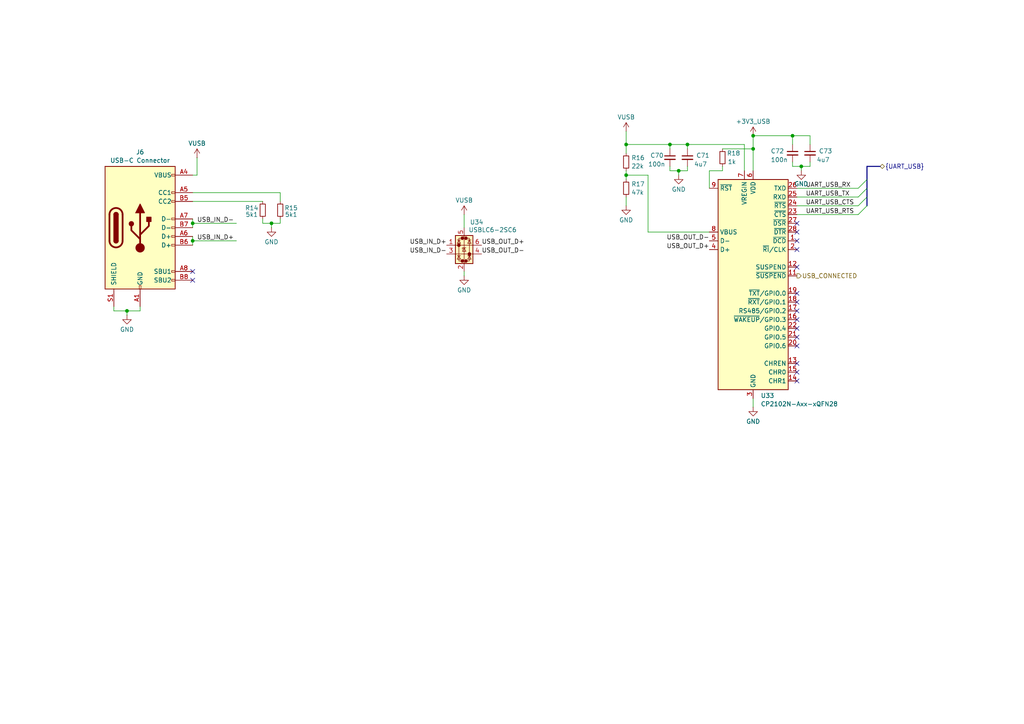
<source format=kicad_sch>
(kicad_sch (version 20250114) (generator "eeschema") (generator_version "9.0")
  (paper "A4")
  (title_block (title "Zoutwachter Measurement-Switch") (date "2025-06-01") (rev "0.3") (company "Avalution Engineering / Pollex"))
  (lib_symbols
    (symbol "Connector:USB_C_Receptacle_USB2.0_16P" (pin_names (offset 1.016))
      (property "Reference" "J" (at 0 22.225 0))
      (property "Value" "USB_C_Receptacle_USB2.0_16P" (at 0 19.685 0))
      (symbol "USB_C_Receptacle_USB2.0_16P_0_0"
        (rectangle (start -0.254 -17.78) (end 0.254 -16.764))
        (rectangle (start 10.16 15.494) (end 9.144 14.986))
        (rectangle (start 10.16 10.414) (end 9.144 9.906))
        (rectangle (start 10.16 7.874) (end 9.144 7.366))
        (rectangle (start 10.16 2.794) (end 9.144 2.286))
        (rectangle (start 10.16 0.254) (end 9.144 -0.254))
        (rectangle (start 10.16 -2.286) (end 9.144 -2.794))
        (rectangle (start 10.16 -4.826) (end 9.144 -5.334))
        (rectangle (start 10.16 -12.446) (end 9.144 -12.954))
        (rectangle (start 10.16 -14.986) (end 9.144 -15.494))
      )
      (symbol "USB_C_Receptacle_USB2.0_16P_0_1"
        (rectangle (start -10.16 17.78) (end 10.16 -17.78) (stroke (width 0.254)) (fill (type background)))
        (polyline (pts (xy -8.89 -3.81) (xy -8.89 3.81)) (stroke (width 0.508)))
        (rectangle (start -7.62 -3.81) (end -6.35 3.81) (stroke (width 0.254)) (fill (type outline)))
        (arc (start -7.62 3.81) (mid -6.985 4.4423) (end -6.35 3.81) (stroke (width 0.254)))
        (arc (start -7.62 3.81) (mid -6.985 4.4423) (end -6.35 3.81) (stroke (width 0.254)) (fill (type outline)))
        (arc (start -8.89 3.81) (mid -6.985 5.7067) (end -5.08 3.81) (stroke (width 0.508)))
        (arc (start -5.08 -3.81) (mid -6.985 -5.7067) (end -8.89 -3.81) (stroke (width 0.508)))
        (arc (start -6.35 -3.81) (mid -6.985 -4.4423) (end -7.62 -3.81) (stroke (width 0.254)))
        (arc (start -6.35 -3.81) (mid -6.985 -4.4423) (end -7.62 -3.81) (stroke (width 0.254)) (fill (type outline)))
        (polyline (pts (xy -5.08 3.81) (xy -5.08 -3.81)) (stroke (width 0.508)))
        (circle (center -2.54 1.143) (radius 0.635) (stroke (width 0.254)) (fill (type outline)))
        (polyline (pts (xy -1.27 4.318) (xy 0 6.858) (xy 1.27 4.318) (xy -1.27 4.318)) (stroke (width 0.254)) (fill (type outline)))
        (polyline (pts (xy 0 -2.032) (xy 2.54 0.508) (xy 2.54 1.778)) (stroke (width 0.508)))
        (polyline (pts (xy 0 -3.302) (xy -2.54 -0.762) (xy -2.54 0.508)) (stroke (width 0.508)))
        (polyline (pts (xy 0 -5.842) (xy 0 4.318)) (stroke (width 0.508)))
        (circle (center 0 -5.842) (radius 1.27) (fill (type outline)))
        (rectangle (start 1.905 1.778) (end 3.175 3.048) (stroke (width 0.254)) (fill (type outline)))
      )
      (symbol "USB_C_Receptacle_USB2.0_16P_1_1"
        (pin passive line (at -7.62 -22.86 90) (length 5.08) (name "SHIELD") (number "S1"))
        (pin passive line (at 0 -22.86 90) (length 5.08) (name "GND") (number "A1"))
        (pin passive line (at 0 -22.86 90) (length 5.08) (hide yes) (name "GND") (number "A12"))
        (pin passive line (at 0 -22.86 90) (length 5.08) (hide yes) (name "GND") (number "B1"))
        (pin passive line (at 0 -22.86 90) (length 5.08) (hide yes) (name "GND") (number "B12"))
        (pin passive line (at 15.24 15.24 180) (length 5.08) (name "VBUS") (number "A4"))
        (pin passive line (at 15.24 15.24 180) (length 5.08) (hide yes) (name "VBUS") (number "A9"))
        (pin passive line (at 15.24 15.24 180) (length 5.08) (hide yes) (name "VBUS") (number "B4"))
        (pin passive line (at 15.24 15.24 180) (length 5.08) (hide yes) (name "VBUS") (number "B9"))
        (pin bidirectional line (at 15.24 10.16 180) (length 5.08) (name "CC1") (number "A5"))
        (pin bidirectional line (at 15.24 7.62 180) (length 5.08) (name "CC2") (number "B5"))
        (pin bidirectional line (at 15.24 2.54 180) (length 5.08) (name "D-") (number "A7"))
        (pin bidirectional line (at 15.24 0 180) (length 5.08) (name "D-") (number "B7"))
        (pin bidirectional line (at 15.24 -2.54 180) (length 5.08) (name "D+") (number "A6"))
        (pin bidirectional line (at 15.24 -5.08 180) (length 5.08) (name "D+") (number "B6"))
        (pin bidirectional line (at 15.24 -12.7 180) (length 5.08) (name "SBU1") (number "A8"))
        (pin bidirectional line (at 15.24 -15.24 180) (length 5.08) (name "SBU2") (number "B8"))
      )
    )
    (symbol "Device:C_Small" (pin_numbers (hide yes)) (pin_names (offset 0.254) (hide yes))
      (property "Reference" "C" (at 0.254 1.778 0))
      (property "Value" "C_Small" (at 0.254 -2.032 0))
      (symbol "C_Small_0_1"
        (polyline (pts (xy -1.524 0.508) (xy 1.524 0.508)) (stroke (width 0.3048)))
        (polyline (pts (xy -1.524 -0.508) (xy 1.524 -0.508)) (stroke (width 0.3302)))
      )
      (symbol "C_Small_1_1"
        (pin passive line (at 0 2.54 270) (length 2.032) (name "~") (number "1"))
        (pin passive line (at 0 -2.54 90) (length 2.032) (name "~") (number "2"))
      )
    )
    (symbol "Device:R_Small" (pin_numbers (hide yes)) (pin_names (offset 0.254) (hide yes))
      (property "Reference" "R" (at 0 0 90))
      (property "Value" "R_Small" (at 1.778 0 90))
      (symbol "R_Small_0_1"
        (rectangle (start -0.762 1.778) (end 0.762 -1.778) (stroke (width 0.2032)))
      )
      (symbol "R_Small_1_1"
        (pin passive line (at 0 2.54 270) (length 0.762) (name "~") (number "1"))
        (pin passive line (at 0 -2.54 90) (length 0.762) (name "~") (number "2"))
      )
    )
    (symbol "Interface_USB:CP2102N-Axx-xQFN28"
      (property "Reference" "U33" (at 2.1941 -32.2001 0))
      (property "Value" "CP2102N-Axx-xQFN28" (at 2.1941 -34.6243 0))
      (symbol "CP2102N-Axx-xQFN28_0_1"
        (rectangle (start -10.16 30.48) (end 10.16 -30.48) (stroke (width 0.254)) (fill (type background)))
      )
      (symbol "CP2102N-Axx-xQFN28_1_1"
        (pin input line (at -12.7 27.94 0) (length 2.54) (name "~{RST}") (number "9"))
        (pin input line (at -12.7 15.24 0) (length 2.54) (name "VBUS") (number "8"))
        (pin bidirectional line (at -12.7 12.7 0) (length 2.54) (name "D-") (number "5"))
        (pin bidirectional line (at -12.7 10.16 0) (length 2.54) (name "D+") (number "4"))
        (pin no_connect line (at -10.16 -27.94 0) (length 2.54) (hide yes) (name "NC") (number "10"))
        (pin power_in line (at -2.54 33.02 270) (length 2.54) (name "VREGIN") (number "7"))
        (pin power_out line (at 0 33.02 270) (length 2.54) (name "VDD") (number "6"))
        (pin passive line (at 0 -33.02 90) (length 2.54) (hide yes) (name "GND") (number "29"))
        (pin power_in line (at 0 -33.02 90) (length 2.54) (name "GND") (number "3"))
        (pin output line (at 12.7 27.94 180) (length 2.54) (name "TXD") (number "26"))
        (pin input line (at 12.7 25.4 180) (length 2.54) (name "RXD") (number "25"))
        (pin output line (at 12.7 22.86 180) (length 2.54) (name "~{RTS}") (number "24"))
        (pin input line (at 12.7 20.32 180) (length 2.54) (name "~{CTS}") (number "23"))
        (pin input line (at 12.7 17.78 180) (length 2.54) (name "~{DSR}") (number "27"))
        (pin output line (at 12.7 15.24 180) (length 2.54) (name "~{DTR}") (number "28"))
        (pin input line (at 12.7 12.7 180) (length 2.54) (name "~{DCD}") (number "1"))
        (pin bidirectional line (at 12.7 10.16 180) (length 2.54) (name "~{RI}/CLK") (number "2"))
        (pin output line (at 12.7 5.08 180) (length 2.54) (name "SUSPEND") (number "12"))
        (pin output line (at 12.7 2.54 180) (length 2.54) (name "~{SUSPEND}") (number "11"))
        (pin bidirectional line (at 12.7 -2.54 180) (length 2.54) (name "~{TXT}/GPIO.0") (number "19"))
        (pin bidirectional line (at 12.7 -5.08 180) (length 2.54) (name "~{RXT}/GPIO.1") (number "18"))
        (pin bidirectional line (at 12.7 -7.62 180) (length 2.54) (name "RS485/GPIO.2") (number "17"))
        (pin bidirectional line (at 12.7 -10.16 180) (length 2.54) (name "~{WAKEUP}/GPIO.3") (number "16"))
        (pin bidirectional line (at 12.7 -12.7 180) (length 2.54) (name "GPIO.4") (number "22"))
        (pin bidirectional line (at 12.7 -15.24 180) (length 2.54) (name "GPIO.5") (number "21"))
        (pin bidirectional line (at 12.7 -17.78 180) (length 2.54) (name "GPIO.6") (number "20"))
        (pin output line (at 12.7 -22.86 180) (length 2.54) (name "CHREN") (number "13"))
        (pin output line (at 12.7 -25.4 180) (length 2.54) (name "CHR0") (number "15"))
        (pin output line (at 12.7 -27.94 180) (length 2.54) (name "CHR1") (number "14"))
      )
    )
    (symbol "Power_Protection:USBLC6-2SC6" (pin_names (hide yes))
      (property "Reference" "U" (at 0.635 5.715 0))
      (property "Value" "USBLC6-2SC6" (at 0.635 3.81 0))
      (symbol "USBLC6-2SC6_0_0"
        (circle (center -1.524 0) (radius 0.0001) (stroke (width 0.508)))
        (circle (center -0.508 2.032) (radius 0.0001) (stroke (width 0.508)))
        (circle (center -0.508 -4.572) (radius 0.0001) (stroke (width 0.508)))
        (circle (center 0.508 2.032) (radius 0.0001) (stroke (width 0.508)))
        (circle (center 0.508 -4.572) (radius 0.0001) (stroke (width 0.508)))
        (circle (center 1.524 -2.54) (radius 0.0001) (stroke (width 0.508)))
      )
      (symbol "USBLC6-2SC6_0_1"
        (polyline (pts (xy -2.54 0) (xy 2.54 0)))
        (polyline (pts (xy -2.54 -2.54) (xy 2.54 -2.54)))
        (polyline (pts (xy -2.032 0.508) (xy -1.016 0.508) (xy -1.524 1.524) (xy -2.032 0.508)))
        (polyline (pts (xy -2.032 -3.048) (xy -1.016 -3.048)))
        (polyline (pts (xy -1.016 1.524) (xy -2.032 1.524)))
        (polyline (pts (xy -1.016 -4.064) (xy -2.032 -4.064) (xy -1.524 -3.048) (xy -1.016 -4.064)))
        (polyline (pts (xy -0.508 -1.143) (xy -0.508 -0.762) (xy 0.508 -0.762)))
        (polyline (pts (xy 0 2.54) (xy -0.508 2.032) (xy 0.508 2.032) (xy 0 1.524) (xy 0 -4.064) (xy -0.508 -4.572) (xy 0.508 -4.572) (xy 0 -5.08)))
        (polyline (pts (xy 0.508 -1.778) (xy -0.508 -1.778) (xy 0 -0.762) (xy 0.508 -1.778)))
        (polyline (pts (xy 1.016 1.524) (xy 2.032 1.524)))
        (polyline (pts (xy 1.016 -3.048) (xy 2.032 -3.048)))
        (polyline (pts (xy 2.032 0.508) (xy 1.016 0.508) (xy 1.524 1.524) (xy 2.032 0.508)))
        (polyline (pts (xy 2.032 -4.064) (xy 1.016 -4.064) (xy 1.524 -3.048) (xy 2.032 -4.064)))
      )
      (symbol "USBLC6-2SC6_1_1"
        (rectangle (start -2.54 2.794) (end 2.54 -5.334) (stroke (width 0.254)) (fill (type background)))
        (polyline (pts (xy -0.508 2.032) (xy -1.524 2.032) (xy -1.524 -4.572) (xy -0.508 -4.572)))
        (polyline (pts (xy 0.508 -4.572) (xy 1.524 -4.572) (xy 1.524 2.032) (xy 0.508 2.032)))
        (pin passive line (at -5.08 0 0) (length 2.54) (name "I/O1") (number "1"))
        (pin passive line (at -5.08 -2.54 0) (length 2.54) (name "I/O2") (number "3"))
        (pin passive line (at 0 5.08 270) (length 2.54) (name "VBUS") (number "5"))
        (pin passive line (at 0 -7.62 90) (length 2.54) (name "GND") (number "2"))
        (pin passive line (at 5.08 0 180) (length 2.54) (name "I/O1") (number "6"))
        (pin passive line (at 5.08 -2.54 180) (length 2.54) (name "I/O2") (number "4"))
      )
    )
    (symbol "power:+3V3_USB" (power) (pin_numbers (hide yes)) (pin_names (offset 0) (hide yes))
      (property "Value" "+3V3_USB" (at 0 4.1331 0))
      (symbol "+3V3_USB_0_1"
        (polyline (pts (xy -0.762 1.27) (xy 0 2.54)))
        (polyline (pts (xy 0 2.54) (xy 0.762 1.27)))
        (polyline (pts (xy 0 0) (xy 0 2.54)))
      )
      (symbol "+3V3_USB_1_1"
        (pin power_in line (at 0 0 90) (length 0) (hide yes) (name "+3V3_USB") (number "1"))
      )
    )
    (symbol "power:GND" (power) (pin_numbers (hide yes)) (pin_names (offset 0) (hide yes))
      (property "Value" "GND" (at 0 -3.81 0))
      (symbol "GND_0_1"
        (polyline (pts (xy 0 0) (xy 0 -1.27) (xy 1.27 -1.27) (xy 0 -2.54) (xy -1.27 -1.27) (xy 0 -1.27)))
      )
      (symbol "GND_1_1"
        (pin power_in line (at 0 0 270) (length 0) (name "~") (number "1"))
      )
    )
    (symbol "power:VUSB" (power) (pin_numbers (hide yes)) (pin_names (offset 0) (hide yes))
      (property "Value" "VUSB" (at 0 4.1331 0))
      (symbol "VUSB_0_1"
        (polyline (pts (xy -0.762 1.27) (xy 0 2.54)))
        (polyline (pts (xy 0 2.54) (xy 0.762 1.27)))
        (polyline (pts (xy 0 0) (xy 0 2.54)))
      )
      (symbol "VUSB_1_1"
        (pin power_in line (at 0 0 90) (length 0) (name "VUSB") (number "1"))
      )
    )
  )
  (junction (at 199.39 41.91))
  (junction (at 229.87 39.37))
  (junction (at 181.61 50.8))
  (junction (at 218.44 43.18))
  (junction (at 196.85 49.53))
  (junction (at 55.88 64.77))
  (junction (at 218.44 39.37))
  (junction (at 181.61 41.91))
  (junction (at 194.31 41.91))
  (junction (at 55.88 69.85))
  (junction (at 78.74 64.77))
  (junction (at 36.83 90.17))
  (junction (at 232.41 48.26))
  (no_connect (at 231.14 97.79))
  (no_connect (at 231.14 87.63))
  (no_connect (at 231.14 64.77))
  (no_connect (at 231.14 77.47))
  (no_connect (at 231.14 72.39))
  (no_connect (at 231.14 92.71))
  (no_connect (at 231.14 100.33))
  (no_connect (at 231.14 95.25))
  (no_connect (at 231.14 105.41))
  (no_connect (at 231.14 90.17))
  (no_connect (at 231.14 69.85))
  (no_connect (at 55.88 81.28))
  (no_connect (at 231.14 85.09))
  (no_connect (at 55.88 78.74))
  (no_connect (at 231.14 107.95))
  (no_connect (at 231.14 67.31))
  (no_connect (at 231.14 110.49))
  (bus_entry (at 251.46 52.07) (size -2.54 2.54))
  (bus_entry (at 251.46 57.15) (size -2.54 2.54))
  (bus_entry (at 251.46 59.69) (size -2.54 2.54))
  (bus_entry (at 251.46 54.61) (size -2.54 2.54))
  (wire (pts (xy 199.39 41.91) (xy 215.9 41.91)))
  (wire (pts (xy 229.87 39.37) (xy 234.95 39.37)))
  (wire (pts (xy 232.41 48.26) (xy 232.41 49.53)))
  (wire (pts (xy 81.28 64.77) (xy 81.28 63.5)))
  (wire (pts (xy 33.02 90.17) (xy 36.83 90.17)))
  (wire (pts (xy 78.74 66.04) (xy 78.74 64.77)))
  (wire (pts (xy 33.02 90.17) (xy 33.02 88.9)))
  (wire (pts (xy 194.31 41.91) (xy 194.31 43.18)))
  (wire (pts (xy 57.15 50.8) (xy 55.88 50.8)))
  (wire (pts (xy 218.44 115.57) (xy 218.44 118.11)))
  (wire (pts (xy 215.9 41.91) (xy 215.9 49.53)))
  (wire (pts (xy 81.28 55.88) (xy 81.28 58.42)))
  (wire (pts (xy 55.88 55.88) (xy 81.28 55.88)))
  (wire (pts (xy 55.88 58.42) (xy 76.2 58.42)))
  (wire (pts (xy 55.88 69.85) (xy 68.58 69.85)))
  (wire (pts (xy 231.14 54.61) (xy 248.92 54.61)))
  (wire (pts (xy 205.74 49.53) (xy 205.74 54.61)))
  (bus (pts (xy 251.46 57.15) (xy 251.46 59.69)))
  (wire (pts (xy 218.44 39.37) (xy 229.87 39.37)))
  (wire (pts (xy 196.85 49.53) (xy 199.39 49.53)))
  (wire (pts (xy 181.61 57.15) (xy 181.61 59.69)))
  (wire (pts (xy 194.31 49.53) (xy 194.31 48.26)))
  (wire (pts (xy 229.87 48.26) (xy 232.41 48.26)))
  (wire (pts (xy 78.74 64.77) (xy 81.28 64.77)))
  (wire (pts (xy 181.61 49.53) (xy 181.61 50.8)))
  (wire (pts (xy 248.92 57.15) (xy 231.14 57.15)))
  (wire (pts (xy 181.61 38.1) (xy 181.61 41.91)))
  (wire (pts (xy 234.95 39.37) (xy 234.95 41.91)))
  (wire (pts (xy 36.83 90.17) (xy 36.83 91.44)))
  (wire (pts (xy 187.96 67.31) (xy 205.74 67.31)))
  (wire (pts (xy 55.88 68.58) (xy 55.88 69.85)))
  (wire (pts (xy 181.61 41.91) (xy 181.61 44.45)))
  (wire (pts (xy 57.15 45.72) (xy 57.15 50.8)))
  (bus (pts (xy 251.46 54.61) (xy 251.46 57.15)))
  (wire (pts (xy 181.61 50.8) (xy 181.61 52.07)))
  (wire (pts (xy 181.61 50.8) (xy 187.96 50.8)))
  (bus (pts (xy 251.46 48.26) (xy 251.46 52.07)))
  (wire (pts (xy 55.88 64.77) (xy 68.58 64.77)))
  (wire (pts (xy 248.92 62.23) (xy 231.14 62.23)))
  (wire (pts (xy 199.39 43.18) (xy 199.39 41.91)))
  (wire (pts (xy 218.44 39.37) (xy 218.44 43.18)))
  (wire (pts (xy 76.2 64.77) (xy 78.74 64.77)))
  (wire (pts (xy 209.55 49.53) (xy 205.74 49.53)))
  (wire (pts (xy 218.44 43.18) (xy 218.44 49.53)))
  (wire (pts (xy 194.31 49.53) (xy 196.85 49.53)))
  (wire (pts (xy 229.87 46.99) (xy 229.87 48.26)))
  (wire (pts (xy 231.14 59.69) (xy 248.92 59.69)))
  (wire (pts (xy 134.62 78.74) (xy 134.62 80.01)))
  (wire (pts (xy 229.87 39.37) (xy 229.87 41.91)))
  (wire (pts (xy 181.61 41.91) (xy 194.31 41.91)))
  (wire (pts (xy 76.2 63.5) (xy 76.2 64.77)))
  (wire (pts (xy 209.55 48.26) (xy 209.55 49.53)))
  (wire (pts (xy 36.83 90.17) (xy 40.64 90.17)))
  (wire (pts (xy 187.96 50.8) (xy 187.96 67.31)))
  (wire (pts (xy 55.88 69.85) (xy 55.88 71.12)))
  (bus (pts (xy 255.27 48.26) (xy 251.46 48.26)))
  (wire (pts (xy 199.39 49.53) (xy 199.39 48.26)))
  (bus (pts (xy 251.46 52.07) (xy 251.46 54.61)))
  (wire (pts (xy 196.85 49.53) (xy 196.85 50.8)))
  (wire (pts (xy 40.64 90.17) (xy 40.64 88.9)))
  (wire (pts (xy 234.95 48.26) (xy 234.95 46.99)))
  (wire (pts (xy 134.62 62.23) (xy 134.62 66.04)))
  (wire (pts (xy 209.55 43.18) (xy 218.44 43.18)))
  (wire (pts (xy 55.88 64.77) (xy 55.88 66.04)))
  (wire (pts (xy 55.88 64.77) (xy 55.88 63.5)))
  (wire (pts (xy 232.41 48.26) (xy 234.95 48.26)))
  (wire (pts (xy 194.31 41.91) (xy 199.39 41.91)))
  (label "USB_OUT_D-" (at 205.74 69.85 180))
  (label "UART_USB_TX" (at 233.68 57.15 0))
  (label "UART_USB_RTS" (at 233.68 62.23 0))
  (label "USB_OUT_D+" (at 205.74 72.39 180))
  (label "USB_IN_D+" (at 57.15 69.85 0))
  (label "UART_USB_CTS" (at 233.68 59.69 0))
  (label "USB_IN_D-" (at 129.54 73.66 180))
  (label "USB_OUT_D+" (at 139.7 71.12 0))
  (label "USB_IN_D+" (at 129.54 71.12 180))
  (label "UART_USB_RX" (at 233.68 54.61 0))
  (label "USB_OUT_D-" (at 139.7 73.66 0))
  (label "USB_IN_D-" (at 57.15 64.77 0))
  (hierarchical_label "{UART_USB}" (shape bidirectional) (at 255.27 48.26 0))
  (hierarchical_label "USB_CONNECTED" (shape output) (at 231.14 80.01 0))
  (symbol (lib_id "power:GND") (at 196.85 50.8 0) (unit 1)
    (property "Reference" "#PWR042" (effects (hide yes)))
    (property "Value" "GND" (at 196.85 54.9331 0))
  )
  (symbol (lib_id "Device:C_Small") (at 194.31 45.72 0) (unit 1)
    (property "Reference" "C70" (at 188.595 45.085 0) (effects (justify left)))
    (property "Value" "100n" (at 187.96 47.625 0) (effects (justify left)))
    (property "Footprint" "Capacitor_SMD:C_0603_1608Metric" (effects (hide yes)))
    (property "LCSC MFR" "YAGEO" (effects (hide yes)))
    (property "LCSC MFR #" "CC0603KRX7R9BB104" (effects (hide yes)))
    (property "LCSC Part #" "C14663" (effects (hide yes)))
  )
  (symbol (lib_id "power:GND") (at 78.74 66.04 0) (unit 1)
    (property "Reference" "#PWR046" (effects (hide yes)))
    (property "Value" "GND" (at 78.74 70.1731 0))
  )
  (symbol (lib_id "Device:C_Small") (at 199.39 45.72 0) (unit 1)
    (property "Reference" "C71" (at 201.93 45.085 0) (effects (justify left)))
    (property "Value" "4u7" (at 201.295 47.625 0) (effects (justify left)))
    (property "Footprint" "Capacitor_SMD:C_0603_1608Metric" (effects (hide yes)))
    (property "LCSC MFR" "Samsung Electro-Mechanics" (effects (hide yes)))
    (property "LCSC MFR #" "CL10A475KO8NNNC" (effects (hide yes)))
    (property "LCSC Part #" "C19666" (effects (hide yes)))
  )
  (symbol (lib_id "power:GND") (at 134.62 80.01 0) (unit 1)
    (property "Reference" "#PWR039" (effects (hide yes)))
    (property "Value" "GND" (at 134.62 84.1431 0))
  )
  (symbol (lib_id "power:VUSB") (at 134.62 62.23 0) (unit 1)
    (property "Reference" "#PWR0104" (effects (hide yes)))
    (property "Value" "VUSB" (at 134.62 58.0969 0))
  )
  (symbol (lib_id "Device:R_Small") (at 181.61 46.99 0) (unit 1)
    (property "Reference" "R16" (at 183.1086 45.7779 0) (effects (justify left)))
    (property "Value" "22k" (at 183.1086 48.2021 0) (effects (justify left)))
    (property "Footprint" "Resistor_SMD:R_0603_1608Metric" (effects (hide yes)))
    (property "LCSC MFR" "UNI-ROYAL(Uniroyal Elec)" (effects (hide yes)))
    (property "LCSC MFR #" "0603WAF2202T5E" (effects (hide yes)))
    (property "LCSC Part #" "C31850" (effects (hide yes)))
  )
  (symbol (lib_id "Device:R_Small") (at 209.55 45.72 0) (unit 1)
    (property "Reference" "R18" (at 210.82 44.45 0) (effects (justify left)))
    (property "Value" "1k" (at 211.0486 46.9321 0) (effects (justify left)))
    (property "Footprint" "Resistor_SMD:R_0603_1608Metric" (effects (hide yes)))
    (property "LCSC MFR" "UNI-ROYAL(Uniroyal Elec)" (effects (hide yes)))
    (property "LCSC MFR #" "0603WAF1001T5E" (effects (hide yes)))
    (property "LCSC Part #" "C21190" (effects (hide yes)))
  )
  (symbol (lib_id "Device:R_Small") (at 76.2 60.96 0) (unit 1)
    (property "Reference" "R14" (at 73.025 60.325 0))
    (property "Value" "5k1" (at 73.025 62.23 0))
    (property "Footprint" "Resistor_SMD:R_0603_1608Metric" (effects (hide yes)))
    (property "LCSC MFR" "UNI-ROYAL(Uniroyal Elec)" (effects (hide yes)))
    (property "LCSC MFR #" "0603WAF5101T5E" (effects (hide yes)))
    (property "LCSC Part #" "C23186" (effects (hide yes)))
  )
  (symbol (lib_id "Connector:USB_C_Receptacle_USB2.0_16P") (at 40.64 66.04 0) (unit 1)
    (property "Reference" "J6" (at 40.64 44.1157 0))
    (property "Value" "USB-C Connector" (at 40.64 46.5399 0))
    (property "Footprint" "MOLEX 217182-0001 USB-C:MOLEX_2171820001" (effects (hide yes)))
    (property "LCSC MFR" "MOLEX" (effects (hide yes)))
    (property "LCSC MFR #" "219320-0001" (effects (hide yes)))
    (property "LCSC Part #" "C19190851" (effects (hide yes)))
  )
  (symbol (lib_id "Interface_USB:CP2102N-Axx-xQFN28") (at 218.44 82.55 0) (unit 1)
    (property "Reference" "U33" (at 220.6341 114.7501 0) (effects (justify left)))
    (property "Value" "CP2102N-Axx-xQFN28" (at 220.6341 117.1743 0) (effects (justify left)))
    (property "Footprint" "Package_DFN_QFN:QFN-28-1EP_5x5mm_P0.5mm_EP3.35x3.35mm" (effects (hide yes)))
    (property "Datasheet" "https://www.silabs.com/documents/public/data-sheets/cp2102n-datasheet.pdf" (effects (hide yes)))
    (property "LCSC MFR" "SILICON LABS" (effects (hide yes)))
    (property "LCSC MFR #" "CP2102N-A02-GQFN28R" (effects (hide yes)))
    (property "LCSC Part #" "C964632" (effects (hide yes)))
  )
  (symbol (lib_id "power:VUSB") (at 181.61 38.1 0) (unit 1)
    (property "Reference" "#PWR0103" (effects (hide yes)))
    (property "Value" "VUSB" (at 181.61 33.9669 0))
  )
  (symbol (lib_id "Device:C_Small") (at 234.95 44.45 0) (unit 1)
    (property "Reference" "C73" (at 237.49 43.815 0) (effects (justify left)))
    (property "Value" "4u7" (at 236.855 46.355 0) (effects (justify left)))
    (property "Footprint" "Capacitor_SMD:C_0603_1608Metric" (effects (hide yes)))
    (property "LCSC MFR" "Samsung Electro-Mechanics" (effects (hide yes)))
    (property "LCSC MFR #" "CL10A475KO8NNNC" (effects (hide yes)))
    (property "LCSC Part #" "C19666" (effects (hide yes)))
  )
  (symbol (lib_id "Device:C_Small") (at 229.87 44.45 0) (unit 1)
    (property "Reference" "C72" (at 223.52 43.815 0) (effects (justify left)))
    (property "Value" "100n" (at 223.52 46.355 0) (effects (justify left)))
    (property "Footprint" "Capacitor_SMD:C_0603_1608Metric" (effects (hide yes)))
    (property "LCSC MFR" "YAGEO" (effects (hide yes)))
    (property "LCSC MFR #" "CC0603KRX7R9BB104" (effects (hide yes)))
    (property "LCSC Part #" "C14663" (effects (hide yes)))
  )
  (symbol (lib_id "power:VUSB") (at 57.15 45.72 0) (unit 1)
    (property "Reference" "#PWR0105" (effects (hide yes)))
    (property "Value" "VUSB" (at 57.15 41.5869 0))
  )
  (symbol (lib_id "power:GND") (at 36.83 91.44 0) (unit 1)
    (property "Reference" "#PWR047" (effects (hide yes)))
    (property "Value" "GND" (at 36.83 95.5731 0))
  )
  (symbol (lib_id "power:+3V3_USB") (at 218.44 39.37 0) (unit 1)
    (property "Reference" "#PWR0102" (effects (hide yes)))
    (property "Value" "+3V3_USB" (at 218.44 35.2369 0))
  )
  (symbol (lib_id "power:GND") (at 232.41 49.53 0) (unit 1)
    (property "Reference" "#PWR045" (effects (hide yes)))
    (property "Value" "GND" (at 232.41 53.34 0))
  )
  (symbol (lib_id "power:GND") (at 181.61 59.69 0) (unit 1)
    (property "Reference" "#PWR041" (effects (hide yes)))
    (property "Value" "GND" (at 181.61 63.8231 0))
  )
  (symbol (lib_id "power:GND") (at 218.44 118.11 0) (unit 1)
    (property "Reference" "#PWR044" (effects (hide yes)))
    (property "Value" "GND" (at 218.44 122.2431 0))
  )
  (symbol (lib_id "Device:R_Small") (at 181.61 54.61 0) (unit 1)
    (property "Reference" "R17" (at 183.1086 53.3979 0) (effects (justify left)))
    (property "Value" "47k" (at 183.1086 55.8221 0) (effects (justify left)))
    (property "Footprint" "Resistor_SMD:R_0603_1608Metric" (effects (hide yes)))
    (property "LCSC MFR" "UNI-ROYAL(Uniroyal Elec)" (effects (hide yes)))
    (property "LCSC MFR #" "0603WAF4702T5E" (effects (hide yes)))
    (property "LCSC Part #" "C25819" (effects (hide yes)))
  )
  (symbol (lib_id "Device:R_Small") (at 81.28 60.96 0) (unit 1)
    (property "Reference" "R15" (at 84.455 60.325 0))
    (property "Value" "5k1" (at 84.455 62.23 0))
    (property "Footprint" "Resistor_SMD:R_0603_1608Metric" (effects (hide yes)))
    (property "LCSC MFR" "UNI-ROYAL(Uniroyal Elec)" (effects (hide yes)))
    (property "LCSC MFR #" "0603WAF5101T5E" (effects (hide yes)))
    (property "LCSC Part #" "C23186" (effects (hide yes)))
  )
  (symbol (lib_id "Power_Protection:USBLC6-2SC6") (at 134.62 71.12 0) (unit 1)
    (property "Reference" "U34" (at 136.2711 64.4357 0) (effects (justify left)))
    (property "Value" "USBLC6-2SC6" (at 135.89 66.675 0) (effects (justify left)))
    (property "Footprint" "Package_TO_SOT_SMD:SOT-23-6" (effects (hide yes)))
    (property "Datasheet" "https://www.st.com/resource/en/datasheet/usblc6-2.pdf" (effects (hide yes)))
    (property "LCSC MFR" "STMicroelectronics " (effects (hide yes)))
    (property "LCSC MFR #" "USBLC6-2SC6" (effects (hide yes)))
    (property "LCSC Part #" "C7519" (effects (hide yes)))
  )
)
</source>
